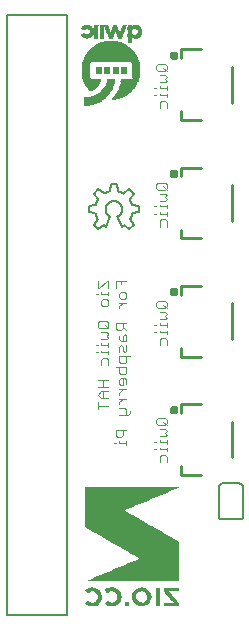
<source format=gbr>
G04 EAGLE Gerber RS-274X export*
G75*
%MOMM*%
%FSLAX34Y34*%
%LPD*%
%AMOC8*
5,1,8,0,0,1.08239X$1,22.5*%
G01*
%ADD10C,0.101600*%
%ADD11C,0.127000*%
%ADD12C,0.400000*%
%ADD13C,0.254000*%
%ADD14C,0.152400*%
%ADD15R,0.120000X0.020000*%
%ADD16R,0.340000X0.020000*%
%ADD17R,0.320000X0.020000*%
%ADD18R,0.140000X0.020000*%
%ADD19R,0.280000X0.020000*%
%ADD20R,0.360000X0.020000*%
%ADD21R,0.420000X0.020000*%
%ADD22R,0.380000X0.020000*%
%ADD23R,0.480000X0.020000*%
%ADD24R,0.540000X0.020000*%
%ADD25R,0.560000X0.020000*%
%ADD26R,0.400000X0.020000*%
%ADD27R,0.640000X0.020000*%
%ADD28R,0.620000X0.020000*%
%ADD29R,0.700000X0.020000*%
%ADD30R,0.660000X0.020000*%
%ADD31R,0.740000X0.020000*%
%ADD32R,1.080000X0.020000*%
%ADD33R,0.800000X0.020000*%
%ADD34R,1.100000X0.020000*%
%ADD35R,0.440000X0.020000*%
%ADD36R,0.840000X0.020000*%
%ADD37R,1.120000X0.020000*%
%ADD38R,0.460000X0.020000*%
%ADD39R,0.860000X0.020000*%
%ADD40R,0.900000X0.020000*%
%ADD41R,1.140000X0.020000*%
%ADD42R,0.920000X0.020000*%
%ADD43R,1.160000X0.020000*%
%ADD44R,0.960000X0.020000*%
%ADD45R,0.500000X0.020000*%
%ADD46R,0.520000X0.020000*%
%ADD47R,0.940000X0.020000*%
%ADD48R,0.260000X0.020000*%
%ADD49R,0.180000X0.020000*%
%ADD50R,0.580000X0.020000*%
%ADD51R,0.060000X0.020000*%
%ADD52R,0.600000X0.020000*%
%ADD53R,0.300000X0.020000*%
%ADD54R,0.040000X0.020000*%
%ADD55R,0.100000X0.020000*%
%ADD56R,0.160000X0.020000*%
%ADD57R,0.220000X0.020000*%
%ADD58R,0.980000X0.020000*%
%ADD59R,0.880000X0.020000*%
%ADD60R,0.760000X0.020000*%
%ADD61R,1.060000X0.020000*%
%ADD62R,0.720000X0.020000*%
%ADD63R,0.820000X0.020000*%
%ADD64R,1.180000X0.020000*%
%ADD65R,1.340000X0.020000*%
%ADD66R,1.460000X0.020000*%
%ADD67R,1.600000X0.020000*%
%ADD68R,1.700000X0.020000*%
%ADD69R,1.820000X0.020000*%
%ADD70R,1.900000X0.020000*%
%ADD71R,1.980000X0.020000*%
%ADD72R,2.100000X0.020000*%
%ADD73R,2.160000X0.020000*%
%ADD74R,2.260000X0.020000*%
%ADD75R,2.340000X0.020000*%
%ADD76R,2.400000X0.020000*%
%ADD77R,2.480000X0.020000*%
%ADD78R,2.540000X0.020000*%
%ADD79R,2.600000X0.020000*%
%ADD80R,2.680000X0.020000*%
%ADD81R,2.720000X0.020000*%
%ADD82R,2.800000X0.020000*%
%ADD83R,2.840000X0.020000*%
%ADD84R,2.900000X0.020000*%
%ADD85R,2.960000X0.020000*%
%ADD86R,3.000000X0.020000*%
%ADD87R,3.060000X0.020000*%
%ADD88R,3.120000X0.020000*%
%ADD89R,3.160000X0.020000*%
%ADD90R,3.200000X0.020000*%
%ADD91R,3.260000X0.020000*%
%ADD92R,3.300000X0.020000*%
%ADD93R,3.340000X0.020000*%
%ADD94R,3.380000X0.020000*%
%ADD95R,3.420000X0.020000*%
%ADD96R,3.460000X0.020000*%
%ADD97R,3.520000X0.020000*%
%ADD98R,3.540000X0.020000*%
%ADD99R,3.580000X0.020000*%
%ADD100R,3.620000X0.020000*%
%ADD101R,3.660000X0.020000*%
%ADD102R,3.700000X0.020000*%
%ADD103R,3.740000X0.020000*%
%ADD104R,3.780000X0.020000*%
%ADD105R,3.800000X0.020000*%
%ADD106R,3.840000X0.020000*%
%ADD107R,3.860000X0.020000*%
%ADD108R,3.900000X0.020000*%
%ADD109R,3.940000X0.020000*%
%ADD110R,3.960000X0.020000*%
%ADD111R,3.980000X0.020000*%
%ADD112R,4.020000X0.020000*%
%ADD113R,4.060000X0.020000*%
%ADD114R,4.080000X0.020000*%
%ADD115R,4.100000X0.020000*%
%ADD116R,4.120000X0.020000*%
%ADD117R,4.160000X0.020000*%
%ADD118R,4.180000X0.020000*%
%ADD119R,4.200000X0.020000*%
%ADD120R,4.240000X0.020000*%
%ADD121R,4.260000X0.020000*%
%ADD122R,4.280000X0.020000*%
%ADD123R,4.300000X0.020000*%
%ADD124R,4.320000X0.020000*%
%ADD125R,4.340000X0.020000*%
%ADD126R,4.380000X0.020000*%
%ADD127R,4.400000X0.020000*%
%ADD128R,4.440000X0.020000*%
%ADD129R,4.460000X0.020000*%
%ADD130R,4.500000X0.020000*%
%ADD131R,4.520000X0.020000*%
%ADD132R,4.540000X0.020000*%
%ADD133R,4.560000X0.020000*%
%ADD134R,4.580000X0.020000*%
%ADD135R,4.600000X0.020000*%
%ADD136R,4.620000X0.020000*%
%ADD137R,4.640000X0.020000*%
%ADD138R,4.660000X0.020000*%
%ADD139R,4.680000X0.020000*%
%ADD140R,4.700000X0.020000*%
%ADD141R,4.720000X0.020000*%
%ADD142R,4.740000X0.020000*%
%ADD143R,0.680000X0.020000*%
%ADD144R,1.480000X0.020000*%
%ADD145R,1.580000X0.020000*%
%ADD146R,1.560000X0.020000*%
%ADD147R,1.540000X0.020000*%
%ADD148R,1.520000X0.020000*%
%ADD149R,1.500000X0.020000*%
%ADD150R,1.440000X0.020000*%
%ADD151R,1.400000X0.020000*%
%ADD152R,1.420000X0.020000*%
%ADD153R,1.380000X0.020000*%
%ADD154R,1.360000X0.020000*%
%ADD155R,1.320000X0.020000*%
%ADD156R,1.300000X0.020000*%
%ADD157R,1.260000X0.020000*%
%ADD158R,1.220000X0.020000*%
%ADD159R,1.200000X0.020000*%
%ADD160R,1.040000X0.020000*%
%ADD161R,1.020000X0.020000*%
%ADD162R,1.000000X0.020000*%
%ADD163R,1.280000X0.020000*%
%ADD164R,0.780000X0.020000*%
%ADD165R,1.240000X0.020000*%
%ADD166R,0.020000X0.020000*%
%ADD167R,1.840000X0.020000*%
%ADD168R,1.800000X0.020000*%
%ADD169R,1.780000X0.020000*%
%ADD170R,1.760000X0.020000*%
%ADD171R,1.740000X0.020000*%
%ADD172R,1.680000X0.020000*%
%ADD173R,1.660000X0.020000*%
%ADD174R,1.620000X0.020000*%

G36*
X151573Y29612D02*
X151573Y29612D01*
X151572Y29612D01*
X151573Y29613D01*
X151570Y32003D01*
X151565Y34390D01*
X151562Y36779D01*
X151557Y39169D01*
X151554Y41556D01*
X151549Y43945D01*
X151546Y46332D01*
X151546Y46335D01*
X151541Y48722D01*
X151538Y51112D01*
X151536Y53499D01*
X151530Y55888D01*
X151528Y58275D01*
X151522Y60665D01*
X151520Y63052D01*
X151515Y63058D01*
X151514Y63062D01*
X149212Y64396D01*
X146910Y65729D01*
X144611Y67063D01*
X140008Y69730D01*
X137709Y71063D01*
X133106Y73730D01*
X130807Y75064D01*
X128505Y76397D01*
X126198Y77736D01*
X123892Y79072D01*
X121587Y80408D01*
X119280Y81747D01*
X116973Y83086D01*
X114669Y84422D01*
X112362Y85761D01*
X110058Y87100D01*
X107751Y88441D01*
X105470Y89774D01*
X107864Y90810D01*
X110289Y91839D01*
X112713Y92866D01*
X115140Y93890D01*
X117567Y94911D01*
X119994Y95933D01*
X122421Y96952D01*
X124850Y97973D01*
X127277Y98989D01*
X129584Y99957D01*
X131888Y100926D01*
X134195Y101891D01*
X136500Y102859D01*
X138807Y103825D01*
X141111Y104793D01*
X143418Y105761D01*
X145722Y106729D01*
X148029Y107697D01*
X150333Y108665D01*
X150334Y108665D01*
X151512Y109167D01*
X151515Y109172D01*
X151519Y109176D01*
X151518Y109178D01*
X151519Y109181D01*
X151512Y109184D01*
X151508Y109190D01*
X146206Y109190D01*
X143555Y109192D01*
X119698Y109192D01*
X117047Y109195D01*
X95845Y109195D01*
X93194Y109198D01*
X71988Y109198D01*
X71977Y109187D01*
X71977Y109186D01*
X71976Y109186D01*
X71979Y106793D01*
X71984Y104398D01*
X71987Y102006D01*
X71992Y99611D01*
X71995Y97219D01*
X71998Y94824D01*
X72003Y92429D01*
X72006Y90037D01*
X72011Y87642D01*
X72014Y85249D01*
X72019Y82854D01*
X72022Y80462D01*
X72027Y78067D01*
X72030Y75672D01*
X72035Y75666D01*
X72036Y75662D01*
X74332Y74334D01*
X76626Y73003D01*
X78922Y71675D01*
X81218Y70344D01*
X83512Y69013D01*
X85808Y67685D01*
X88102Y66354D01*
X90398Y65023D01*
X92694Y63695D01*
X94988Y62364D01*
X101893Y58364D01*
X104194Y57027D01*
X108798Y54360D01*
X111097Y53024D01*
X113398Y51691D01*
X115697Y50352D01*
X117976Y49025D01*
X115552Y47970D01*
X113096Y46928D01*
X110642Y45890D01*
X108186Y44853D01*
X105727Y43818D01*
X103268Y42783D01*
X100809Y41751D01*
X98350Y40719D01*
X96045Y39753D01*
X93738Y38785D01*
X91432Y37817D01*
X89125Y36852D01*
X86820Y35884D01*
X84513Y34915D01*
X82206Y33950D01*
X79902Y32982D01*
X77595Y32014D01*
X75291Y31046D01*
X73611Y30339D01*
X71930Y29632D01*
X71928Y29627D01*
X71923Y29623D01*
X71925Y29621D01*
X71924Y29618D01*
X71930Y29615D01*
X71935Y29609D01*
X77242Y29609D01*
X79896Y29606D01*
X114402Y29606D01*
X117055Y29604D01*
X148907Y29604D01*
X151561Y29601D01*
X151573Y29612D01*
G37*
G36*
X120358Y8460D02*
X120358Y8460D01*
X121747Y8529D01*
X121749Y8531D01*
X121750Y8530D01*
X123935Y9279D01*
X123936Y9281D01*
X123938Y9281D01*
X125837Y10590D01*
X125837Y10592D01*
X125839Y10592D01*
X127295Y12382D01*
X127295Y12384D01*
X127297Y12385D01*
X128169Y14519D01*
X128168Y14521D01*
X128170Y14522D01*
X128351Y16541D01*
X128350Y16542D01*
X128351Y16543D01*
X128122Y18554D01*
X128120Y18556D01*
X128121Y18558D01*
X127094Y20854D01*
X127092Y20855D01*
X127092Y20857D01*
X125436Y22751D01*
X125434Y22751D01*
X125433Y22753D01*
X123902Y23692D01*
X123901Y23692D01*
X123901Y23693D01*
X122231Y24362D01*
X122229Y24361D01*
X122228Y24363D01*
X120358Y24534D01*
X120044Y24563D01*
X120042Y24562D01*
X120041Y24563D01*
X117854Y24371D01*
X117853Y24369D01*
X117851Y24370D01*
X115973Y23605D01*
X115973Y23603D01*
X115971Y23604D01*
X114291Y22473D01*
X114290Y22471D01*
X114289Y22471D01*
X112864Y20782D01*
X112864Y20780D01*
X112862Y20779D01*
X111996Y18750D01*
X111996Y18748D01*
X111995Y18746D01*
X111731Y16552D01*
X111732Y16550D01*
X111731Y16549D01*
X111872Y14736D01*
X111874Y14734D01*
X111873Y14732D01*
X112497Y13026D01*
X112499Y13025D01*
X112498Y13023D01*
X113765Y11103D01*
X113767Y11102D01*
X113767Y11100D01*
X115527Y9623D01*
X115530Y9623D01*
X115530Y9621D01*
X117640Y8698D01*
X117642Y8699D01*
X117643Y8697D01*
X119686Y8425D01*
X119687Y8426D01*
X119688Y8425D01*
X120358Y8460D01*
G37*
G36*
X151573Y8708D02*
X151573Y8708D01*
X151572Y8708D01*
X151573Y8709D01*
X151568Y10016D01*
X151562Y11323D01*
X151559Y11327D01*
X151559Y11331D01*
X150133Y12984D01*
X147279Y16291D01*
X145852Y17945D01*
X143015Y21232D01*
X145051Y21245D01*
X147115Y21259D01*
X149177Y21272D01*
X151241Y21288D01*
X151253Y21299D01*
X151252Y21299D01*
X151253Y21300D01*
X151253Y24282D01*
X151242Y24294D01*
X151242Y24293D01*
X151241Y24294D01*
X138439Y24294D01*
X138428Y24283D01*
X138428Y24282D01*
X138427Y24282D01*
X138427Y21772D01*
X138431Y21768D01*
X138430Y21764D01*
X139868Y20095D01*
X141305Y18425D01*
X142740Y16753D01*
X144178Y15083D01*
X145613Y13414D01*
X147033Y11761D01*
X146396Y11753D01*
X146394Y11753D01*
X145437Y11741D01*
X145435Y11741D01*
X144917Y11735D01*
X144478Y11729D01*
X144476Y11729D01*
X143519Y11717D01*
X143517Y11717D01*
X143516Y11717D01*
X142776Y11708D01*
X142560Y11705D01*
X142558Y11705D01*
X141602Y11693D01*
X141600Y11693D01*
X140644Y11682D01*
X140642Y11682D01*
X140642Y11681D01*
X140634Y11681D01*
X139685Y11670D01*
X139683Y11670D01*
X138726Y11658D01*
X138724Y11658D01*
X138493Y11655D01*
X138481Y11644D01*
X138481Y11643D01*
X138451Y10176D01*
X138422Y8709D01*
X138432Y8697D01*
X138433Y8698D01*
X138434Y8697D01*
X151561Y8697D01*
X151573Y8708D01*
G37*
G36*
X96536Y8540D02*
X96536Y8540D01*
X96538Y8542D01*
X96540Y8541D01*
X98860Y9399D01*
X98861Y9402D01*
X98863Y9401D01*
X100805Y10932D01*
X100805Y10934D01*
X100807Y10935D01*
X102178Y12994D01*
X102178Y12996D01*
X102179Y12996D01*
X102742Y14671D01*
X102742Y14672D01*
X102741Y14673D01*
X102743Y14674D01*
X102871Y16443D01*
X102870Y16444D01*
X102871Y16444D01*
X102716Y18373D01*
X102714Y18374D01*
X102715Y18376D01*
X102030Y20181D01*
X102028Y20182D01*
X102029Y20184D01*
X100885Y21947D01*
X100882Y21947D01*
X100882Y21949D01*
X99285Y23312D01*
X99283Y23312D01*
X99282Y23314D01*
X97378Y24205D01*
X97376Y24204D01*
X97376Y24205D01*
X96037Y24531D01*
X96035Y24530D01*
X96034Y24531D01*
X95805Y24534D01*
X95803Y24534D01*
X94923Y24546D01*
X94921Y24546D01*
X94655Y24550D01*
X94655Y24549D01*
X94655Y24550D01*
X94503Y24546D01*
X94502Y24546D01*
X94000Y24534D01*
X93999Y24534D01*
X93497Y24522D01*
X93495Y24522D01*
X93305Y24518D01*
X93304Y24517D01*
X93303Y24517D01*
X91986Y24251D01*
X91985Y24250D01*
X91984Y24250D01*
X90506Y23661D01*
X90505Y23659D01*
X90504Y23660D01*
X89187Y22771D01*
X89186Y22768D01*
X89183Y22768D01*
X88703Y22002D01*
X88705Y21993D01*
X88704Y21988D01*
X89693Y20826D01*
X89694Y20825D01*
X90718Y19689D01*
X90724Y19688D01*
X90725Y19687D01*
X90730Y19687D01*
X90730Y19688D01*
X90734Y19687D01*
X90734Y19688D01*
X91325Y20122D01*
X93051Y21104D01*
X95012Y21365D01*
X96445Y21067D01*
X97671Y20270D01*
X98869Y18551D01*
X99278Y16497D01*
X98869Y14440D01*
X97671Y12724D01*
X96435Y11923D01*
X94988Y11626D01*
X93019Y11857D01*
X91301Y12864D01*
X90609Y13404D01*
X90593Y13403D01*
X89499Y12318D01*
X88409Y11230D01*
X88408Y11226D01*
X88408Y11225D01*
X88408Y11214D01*
X88409Y11214D01*
X88409Y11213D01*
X88913Y10696D01*
X88914Y10696D01*
X88914Y10695D01*
X90127Y9716D01*
X90129Y9716D01*
X90129Y9715D01*
X91494Y8960D01*
X91497Y8961D01*
X91498Y8959D01*
X93989Y8431D01*
X93990Y8432D01*
X93992Y8430D01*
X96536Y8540D01*
G37*
G36*
X79510Y8454D02*
X79510Y8454D01*
X79511Y8456D01*
X79513Y8455D01*
X81857Y9172D01*
X81858Y9174D01*
X81860Y9174D01*
X83941Y10603D01*
X83941Y10606D01*
X83943Y10606D01*
X85448Y12630D01*
X85447Y12633D01*
X85449Y12634D01*
X86252Y15029D01*
X86251Y15031D01*
X86253Y15032D01*
X86309Y17555D01*
X86307Y17557D01*
X86308Y17557D01*
X86307Y17557D01*
X86308Y17559D01*
X85602Y19983D01*
X85599Y19985D01*
X85600Y19987D01*
X84173Y22067D01*
X84171Y22067D01*
X84171Y22069D01*
X82266Y23579D01*
X82264Y23579D01*
X82263Y23581D01*
X79986Y24426D01*
X79983Y24425D01*
X79982Y24427D01*
X77555Y24584D01*
X77554Y24583D01*
X77552Y24584D01*
X74952Y24088D01*
X74950Y24086D01*
X74948Y24087D01*
X72649Y22777D01*
X72648Y22774D01*
X72646Y22774D01*
X72112Y22062D01*
X72113Y22050D01*
X72113Y22047D01*
X73129Y20852D01*
X74177Y19689D01*
X74193Y19687D01*
X74897Y20194D01*
X76281Y21022D01*
X77854Y21365D01*
X79801Y21115D01*
X81415Y20001D01*
X82583Y17800D01*
X82604Y15305D01*
X81484Y13078D01*
X79974Y11963D01*
X78128Y11604D01*
X76321Y11918D01*
X74742Y12866D01*
X74055Y13394D01*
X74039Y13393D01*
X73009Y12361D01*
X73009Y12360D01*
X71979Y11211D01*
X71979Y11195D01*
X71980Y11195D01*
X71980Y11194D01*
X73687Y9628D01*
X73690Y9628D01*
X73690Y9626D01*
X75517Y8794D01*
X75519Y8795D01*
X75520Y8793D01*
X77496Y8415D01*
X77498Y8416D01*
X77499Y8414D01*
X79510Y8454D01*
G37*
%LPC*%
G36*
X120909Y11731D02*
X120909Y11731D01*
X120531Y11743D01*
X120357Y11748D01*
X120121Y11756D01*
X119749Y11768D01*
X119748Y11768D01*
X119376Y11780D01*
X119004Y11791D01*
X119003Y11791D01*
X118632Y11803D01*
X118631Y11803D01*
X118614Y11804D01*
X116449Y13243D01*
X115472Y15244D01*
X115427Y17468D01*
X116321Y19503D01*
X118029Y20926D01*
X120045Y21392D01*
X120355Y21326D01*
X122072Y20956D01*
X123694Y19671D01*
X124658Y17497D01*
X124559Y15121D01*
X123394Y13052D01*
X121199Y11722D01*
X120909Y11731D01*
G37*
%LPD*%
G36*
X135040Y8708D02*
X135040Y8708D01*
X135039Y8708D01*
X135040Y8709D01*
X135040Y24282D01*
X135030Y24294D01*
X135029Y24293D01*
X135028Y24294D01*
X131614Y24294D01*
X131603Y24283D01*
X131603Y24282D01*
X131603Y8709D01*
X131613Y8697D01*
X131614Y8698D01*
X131614Y8697D01*
X135028Y8697D01*
X135040Y8708D01*
G37*
G36*
X109120Y8708D02*
X109120Y8708D01*
X109119Y8708D01*
X109120Y8709D01*
X109120Y12230D01*
X109109Y12241D01*
X109108Y12241D01*
X105481Y12241D01*
X105469Y12231D01*
X105469Y12230D01*
X105469Y8709D01*
X105479Y8697D01*
X105480Y8698D01*
X105481Y8697D01*
X109108Y8697D01*
X109120Y8708D01*
G37*
D10*
X139699Y467614D02*
X133598Y467614D01*
X132072Y466089D01*
X132072Y463038D01*
X133598Y461513D01*
X139699Y461513D01*
X141224Y463038D01*
X141224Y466089D01*
X139699Y467614D01*
X138173Y464563D02*
X141224Y461513D01*
X139699Y458259D02*
X135123Y458259D01*
X139699Y458259D02*
X141224Y456734D01*
X139699Y455208D01*
X141224Y453683D01*
X139699Y452158D01*
X135123Y452158D01*
X135123Y448904D02*
X135123Y447378D01*
X141224Y447378D01*
X141224Y445853D02*
X141224Y448904D01*
X132072Y447378D02*
X130547Y447378D01*
X135123Y442667D02*
X135123Y441142D01*
X141224Y441142D01*
X141224Y442667D02*
X141224Y439616D01*
X132072Y441142D02*
X130547Y441142D01*
X135123Y434905D02*
X135123Y430329D01*
X135123Y434905D02*
X136648Y436430D01*
X139699Y436430D01*
X141224Y434905D01*
X141224Y430329D01*
X139699Y367284D02*
X133598Y367284D01*
X132072Y365759D01*
X132072Y362708D01*
X133598Y361183D01*
X139699Y361183D01*
X141224Y362708D01*
X141224Y365759D01*
X139699Y367284D01*
X138173Y364233D02*
X141224Y361183D01*
X139699Y357929D02*
X135123Y357929D01*
X139699Y357929D02*
X141224Y356404D01*
X139699Y354878D01*
X141224Y353353D01*
X139699Y351828D01*
X135123Y351828D01*
X135123Y348574D02*
X135123Y347048D01*
X141224Y347048D01*
X141224Y345523D02*
X141224Y348574D01*
X132072Y347048D02*
X130547Y347048D01*
X135123Y342337D02*
X135123Y340812D01*
X141224Y340812D01*
X141224Y342337D02*
X141224Y339286D01*
X132072Y340812D02*
X130547Y340812D01*
X135123Y334575D02*
X135123Y329999D01*
X135123Y334575D02*
X136648Y336100D01*
X139699Y336100D01*
X141224Y334575D01*
X141224Y329999D01*
X139699Y266954D02*
X133598Y266954D01*
X132072Y265429D01*
X132072Y262378D01*
X133598Y260853D01*
X139699Y260853D01*
X141224Y262378D01*
X141224Y265429D01*
X139699Y266954D01*
X138173Y263903D02*
X141224Y260853D01*
X139699Y257599D02*
X135123Y257599D01*
X139699Y257599D02*
X141224Y256074D01*
X139699Y254548D01*
X141224Y253023D01*
X139699Y251498D01*
X135123Y251498D01*
X135123Y248244D02*
X135123Y246718D01*
X141224Y246718D01*
X141224Y245193D02*
X141224Y248244D01*
X132072Y246718D02*
X130547Y246718D01*
X135123Y242007D02*
X135123Y240482D01*
X141224Y240482D01*
X141224Y242007D02*
X141224Y238956D01*
X132072Y240482D02*
X130547Y240482D01*
X135123Y234245D02*
X135123Y229669D01*
X135123Y234245D02*
X136648Y235770D01*
X139699Y235770D01*
X141224Y234245D01*
X141224Y229669D01*
X139699Y167894D02*
X133598Y167894D01*
X132072Y166369D01*
X132072Y163318D01*
X133598Y161793D01*
X139699Y161793D01*
X141224Y163318D01*
X141224Y166369D01*
X139699Y167894D01*
X138173Y164843D02*
X141224Y161793D01*
X139699Y158539D02*
X135123Y158539D01*
X139699Y158539D02*
X141224Y157014D01*
X139699Y155488D01*
X141224Y153963D01*
X139699Y152438D01*
X135123Y152438D01*
X135123Y149184D02*
X135123Y147658D01*
X141224Y147658D01*
X141224Y146133D02*
X141224Y149184D01*
X132072Y147658D02*
X130547Y147658D01*
X135123Y142947D02*
X135123Y141422D01*
X141224Y141422D01*
X141224Y142947D02*
X141224Y139896D01*
X132072Y141422D02*
X130547Y141422D01*
X135123Y135185D02*
X135123Y130609D01*
X135123Y135185D02*
X136648Y136710D01*
X139699Y136710D01*
X141224Y135185D01*
X141224Y130609D01*
X82542Y278125D02*
X82542Y284226D01*
X82542Y278125D02*
X84068Y278125D01*
X90169Y284226D01*
X91694Y284226D01*
X91694Y278125D01*
X85593Y274871D02*
X85593Y273346D01*
X91694Y273346D01*
X91694Y274871D02*
X91694Y271820D01*
X82542Y273346D02*
X81017Y273346D01*
X91694Y267109D02*
X91694Y264058D01*
X90169Y262533D01*
X87118Y262533D01*
X85593Y264058D01*
X85593Y267109D01*
X87118Y268634D01*
X90169Y268634D01*
X91694Y267109D01*
X90169Y249924D02*
X84068Y249924D01*
X82542Y248398D01*
X82542Y245348D01*
X84068Y243822D01*
X90169Y243822D01*
X91694Y245348D01*
X91694Y248398D01*
X90169Y249924D01*
X88643Y246873D02*
X91694Y243822D01*
X90169Y240568D02*
X85593Y240568D01*
X90169Y240568D02*
X91694Y239043D01*
X90169Y237518D01*
X91694Y235993D01*
X90169Y234467D01*
X85593Y234467D01*
X85593Y231213D02*
X85593Y229688D01*
X91694Y229688D01*
X91694Y231213D02*
X91694Y228163D01*
X82542Y229688D02*
X81017Y229688D01*
X85593Y224977D02*
X85593Y223451D01*
X91694Y223451D01*
X91694Y221926D02*
X91694Y224977D01*
X82542Y223451D02*
X81017Y223451D01*
X85593Y217214D02*
X85593Y212639D01*
X85593Y217214D02*
X87118Y218740D01*
X90169Y218740D01*
X91694Y217214D01*
X91694Y212639D01*
X91694Y200029D02*
X82542Y200029D01*
X87118Y200029D02*
X87118Y193928D01*
X82542Y193928D02*
X91694Y193928D01*
X91694Y190674D02*
X85593Y190674D01*
X82542Y187624D01*
X85593Y184573D01*
X91694Y184573D01*
X87118Y184573D02*
X87118Y190674D01*
X91694Y178268D02*
X82542Y178268D01*
X82542Y175218D02*
X82542Y181319D01*
X97782Y284226D02*
X106934Y284226D01*
X97782Y284226D02*
X97782Y278125D01*
X102358Y281175D02*
X102358Y284226D01*
X106934Y273346D02*
X106934Y270295D01*
X105409Y268770D01*
X102358Y268770D01*
X100833Y270295D01*
X100833Y273346D01*
X102358Y274871D01*
X105409Y274871D01*
X106934Y273346D01*
X106934Y265516D02*
X100833Y265516D01*
X103883Y265516D02*
X100833Y262465D01*
X100833Y260940D01*
X97782Y248364D02*
X106934Y248364D01*
X97782Y248364D02*
X97782Y243789D01*
X99308Y242263D01*
X102358Y242263D01*
X103883Y243789D01*
X103883Y248364D01*
X103883Y245314D02*
X106934Y242263D01*
X100833Y237484D02*
X100833Y234433D01*
X102358Y232908D01*
X106934Y232908D01*
X106934Y237484D01*
X105409Y239009D01*
X103883Y237484D01*
X103883Y232908D01*
X106934Y229654D02*
X106934Y225078D01*
X105409Y223553D01*
X103883Y225078D01*
X103883Y228129D01*
X102358Y229654D01*
X100833Y228129D01*
X100833Y223553D01*
X100833Y220299D02*
X109985Y220299D01*
X100833Y220299D02*
X100833Y215723D01*
X102358Y214198D01*
X105409Y214198D01*
X106934Y215723D01*
X106934Y220299D01*
X106934Y210944D02*
X97782Y210944D01*
X106934Y210944D02*
X106934Y206368D01*
X105409Y204843D01*
X102358Y204843D01*
X100833Y206368D01*
X100833Y210944D01*
X106934Y200063D02*
X106934Y197013D01*
X106934Y200063D02*
X105409Y201589D01*
X102358Y201589D01*
X100833Y200063D01*
X100833Y197013D01*
X102358Y195487D01*
X103883Y195487D01*
X103883Y201589D01*
X106934Y192233D02*
X100833Y192233D01*
X103883Y192233D02*
X100833Y189183D01*
X100833Y187657D01*
X100833Y184437D02*
X106934Y184437D01*
X103883Y184437D02*
X100833Y181387D01*
X100833Y179861D01*
X100833Y176641D02*
X105409Y176641D01*
X106934Y175116D01*
X106934Y170540D01*
X108459Y170540D02*
X100833Y170540D01*
X108459Y170540D02*
X109985Y172066D01*
X109985Y173591D01*
X106934Y157931D02*
X97782Y157931D01*
X97782Y153355D01*
X99308Y151830D01*
X102358Y151830D01*
X103883Y153355D01*
X103883Y157931D01*
X100833Y148576D02*
X100833Y147051D01*
X106934Y147051D01*
X106934Y148576D02*
X106934Y145525D01*
X97782Y147051D02*
X96257Y147051D01*
D11*
X56400Y509000D02*
X5600Y509000D01*
X5600Y1000D01*
X56400Y1000D01*
X56400Y509000D01*
D12*
X145586Y375000D02*
X145588Y375075D01*
X145594Y375149D01*
X145604Y375223D01*
X145617Y375296D01*
X145635Y375369D01*
X145656Y375440D01*
X145681Y375511D01*
X145710Y375580D01*
X145743Y375647D01*
X145779Y375712D01*
X145818Y375776D01*
X145860Y375837D01*
X145906Y375896D01*
X145955Y375953D01*
X146007Y376006D01*
X146061Y376057D01*
X146118Y376106D01*
X146178Y376150D01*
X146240Y376192D01*
X146304Y376231D01*
X146370Y376266D01*
X146437Y376297D01*
X146507Y376325D01*
X146577Y376349D01*
X146649Y376370D01*
X146722Y376386D01*
X146795Y376399D01*
X146870Y376408D01*
X146944Y376413D01*
X147019Y376414D01*
X147093Y376411D01*
X147168Y376404D01*
X147241Y376393D01*
X147315Y376379D01*
X147387Y376360D01*
X147458Y376338D01*
X147528Y376312D01*
X147597Y376282D01*
X147663Y376249D01*
X147728Y376212D01*
X147791Y376172D01*
X147852Y376128D01*
X147910Y376082D01*
X147966Y376032D01*
X148019Y375980D01*
X148070Y375925D01*
X148117Y375867D01*
X148161Y375807D01*
X148202Y375744D01*
X148240Y375680D01*
X148274Y375614D01*
X148305Y375545D01*
X148332Y375476D01*
X148355Y375405D01*
X148374Y375333D01*
X148390Y375260D01*
X148402Y375186D01*
X148410Y375112D01*
X148414Y375037D01*
X148414Y374963D01*
X148410Y374888D01*
X148402Y374814D01*
X148390Y374740D01*
X148374Y374667D01*
X148355Y374595D01*
X148332Y374524D01*
X148305Y374455D01*
X148274Y374386D01*
X148240Y374320D01*
X148202Y374256D01*
X148161Y374193D01*
X148117Y374133D01*
X148070Y374075D01*
X148019Y374020D01*
X147966Y373968D01*
X147910Y373918D01*
X147852Y373872D01*
X147791Y373828D01*
X147728Y373788D01*
X147663Y373751D01*
X147597Y373718D01*
X147528Y373688D01*
X147458Y373662D01*
X147387Y373640D01*
X147315Y373621D01*
X147241Y373607D01*
X147168Y373596D01*
X147093Y373589D01*
X147019Y373586D01*
X146944Y373587D01*
X146870Y373592D01*
X146795Y373601D01*
X146722Y373614D01*
X146649Y373630D01*
X146577Y373651D01*
X146507Y373675D01*
X146437Y373703D01*
X146370Y373734D01*
X146304Y373769D01*
X146240Y373808D01*
X146178Y373850D01*
X146118Y373894D01*
X146061Y373943D01*
X146007Y373994D01*
X145955Y374047D01*
X145906Y374104D01*
X145860Y374163D01*
X145818Y374224D01*
X145779Y374288D01*
X145743Y374353D01*
X145710Y374420D01*
X145681Y374489D01*
X145656Y374560D01*
X145635Y374631D01*
X145617Y374704D01*
X145604Y374777D01*
X145594Y374851D01*
X145588Y374925D01*
X145586Y375000D01*
D13*
X196000Y365000D02*
X196000Y335000D01*
X170000Y380000D02*
X153500Y380000D01*
X153500Y327500D02*
X153500Y320000D01*
X170000Y320000D01*
X153500Y372500D02*
X153500Y380000D01*
D12*
X145586Y475000D02*
X145588Y475075D01*
X145594Y475149D01*
X145604Y475223D01*
X145617Y475296D01*
X145635Y475369D01*
X145656Y475440D01*
X145681Y475511D01*
X145710Y475580D01*
X145743Y475647D01*
X145779Y475712D01*
X145818Y475776D01*
X145860Y475837D01*
X145906Y475896D01*
X145955Y475953D01*
X146007Y476006D01*
X146061Y476057D01*
X146118Y476106D01*
X146178Y476150D01*
X146240Y476192D01*
X146304Y476231D01*
X146370Y476266D01*
X146437Y476297D01*
X146507Y476325D01*
X146577Y476349D01*
X146649Y476370D01*
X146722Y476386D01*
X146795Y476399D01*
X146870Y476408D01*
X146944Y476413D01*
X147019Y476414D01*
X147093Y476411D01*
X147168Y476404D01*
X147241Y476393D01*
X147315Y476379D01*
X147387Y476360D01*
X147458Y476338D01*
X147528Y476312D01*
X147597Y476282D01*
X147663Y476249D01*
X147728Y476212D01*
X147791Y476172D01*
X147852Y476128D01*
X147910Y476082D01*
X147966Y476032D01*
X148019Y475980D01*
X148070Y475925D01*
X148117Y475867D01*
X148161Y475807D01*
X148202Y475744D01*
X148240Y475680D01*
X148274Y475614D01*
X148305Y475545D01*
X148332Y475476D01*
X148355Y475405D01*
X148374Y475333D01*
X148390Y475260D01*
X148402Y475186D01*
X148410Y475112D01*
X148414Y475037D01*
X148414Y474963D01*
X148410Y474888D01*
X148402Y474814D01*
X148390Y474740D01*
X148374Y474667D01*
X148355Y474595D01*
X148332Y474524D01*
X148305Y474455D01*
X148274Y474386D01*
X148240Y474320D01*
X148202Y474256D01*
X148161Y474193D01*
X148117Y474133D01*
X148070Y474075D01*
X148019Y474020D01*
X147966Y473968D01*
X147910Y473918D01*
X147852Y473872D01*
X147791Y473828D01*
X147728Y473788D01*
X147663Y473751D01*
X147597Y473718D01*
X147528Y473688D01*
X147458Y473662D01*
X147387Y473640D01*
X147315Y473621D01*
X147241Y473607D01*
X147168Y473596D01*
X147093Y473589D01*
X147019Y473586D01*
X146944Y473587D01*
X146870Y473592D01*
X146795Y473601D01*
X146722Y473614D01*
X146649Y473630D01*
X146577Y473651D01*
X146507Y473675D01*
X146437Y473703D01*
X146370Y473734D01*
X146304Y473769D01*
X146240Y473808D01*
X146178Y473850D01*
X146118Y473894D01*
X146061Y473943D01*
X146007Y473994D01*
X145955Y474047D01*
X145906Y474104D01*
X145860Y474163D01*
X145818Y474224D01*
X145779Y474288D01*
X145743Y474353D01*
X145710Y474420D01*
X145681Y474489D01*
X145656Y474560D01*
X145635Y474631D01*
X145617Y474704D01*
X145604Y474777D01*
X145594Y474851D01*
X145588Y474925D01*
X145586Y475000D01*
D13*
X196000Y465000D02*
X196000Y435000D01*
X170000Y480000D02*
X153500Y480000D01*
X153500Y427500D02*
X153500Y420000D01*
X170000Y420000D01*
X153500Y472500D02*
X153500Y480000D01*
D12*
X145586Y175000D02*
X145588Y175075D01*
X145594Y175149D01*
X145604Y175223D01*
X145617Y175296D01*
X145635Y175369D01*
X145656Y175440D01*
X145681Y175511D01*
X145710Y175580D01*
X145743Y175647D01*
X145779Y175712D01*
X145818Y175776D01*
X145860Y175837D01*
X145906Y175896D01*
X145955Y175953D01*
X146007Y176006D01*
X146061Y176057D01*
X146118Y176106D01*
X146178Y176150D01*
X146240Y176192D01*
X146304Y176231D01*
X146370Y176266D01*
X146437Y176297D01*
X146507Y176325D01*
X146577Y176349D01*
X146649Y176370D01*
X146722Y176386D01*
X146795Y176399D01*
X146870Y176408D01*
X146944Y176413D01*
X147019Y176414D01*
X147093Y176411D01*
X147168Y176404D01*
X147241Y176393D01*
X147315Y176379D01*
X147387Y176360D01*
X147458Y176338D01*
X147528Y176312D01*
X147597Y176282D01*
X147663Y176249D01*
X147728Y176212D01*
X147791Y176172D01*
X147852Y176128D01*
X147910Y176082D01*
X147966Y176032D01*
X148019Y175980D01*
X148070Y175925D01*
X148117Y175867D01*
X148161Y175807D01*
X148202Y175744D01*
X148240Y175680D01*
X148274Y175614D01*
X148305Y175545D01*
X148332Y175476D01*
X148355Y175405D01*
X148374Y175333D01*
X148390Y175260D01*
X148402Y175186D01*
X148410Y175112D01*
X148414Y175037D01*
X148414Y174963D01*
X148410Y174888D01*
X148402Y174814D01*
X148390Y174740D01*
X148374Y174667D01*
X148355Y174595D01*
X148332Y174524D01*
X148305Y174455D01*
X148274Y174386D01*
X148240Y174320D01*
X148202Y174256D01*
X148161Y174193D01*
X148117Y174133D01*
X148070Y174075D01*
X148019Y174020D01*
X147966Y173968D01*
X147910Y173918D01*
X147852Y173872D01*
X147791Y173828D01*
X147728Y173788D01*
X147663Y173751D01*
X147597Y173718D01*
X147528Y173688D01*
X147458Y173662D01*
X147387Y173640D01*
X147315Y173621D01*
X147241Y173607D01*
X147168Y173596D01*
X147093Y173589D01*
X147019Y173586D01*
X146944Y173587D01*
X146870Y173592D01*
X146795Y173601D01*
X146722Y173614D01*
X146649Y173630D01*
X146577Y173651D01*
X146507Y173675D01*
X146437Y173703D01*
X146370Y173734D01*
X146304Y173769D01*
X146240Y173808D01*
X146178Y173850D01*
X146118Y173894D01*
X146061Y173943D01*
X146007Y173994D01*
X145955Y174047D01*
X145906Y174104D01*
X145860Y174163D01*
X145818Y174224D01*
X145779Y174288D01*
X145743Y174353D01*
X145710Y174420D01*
X145681Y174489D01*
X145656Y174560D01*
X145635Y174631D01*
X145617Y174704D01*
X145604Y174777D01*
X145594Y174851D01*
X145588Y174925D01*
X145586Y175000D01*
D13*
X196000Y165000D02*
X196000Y135000D01*
X170000Y180000D02*
X153500Y180000D01*
X153500Y127500D02*
X153500Y120000D01*
X170000Y120000D01*
X153500Y172500D02*
X153500Y180000D01*
D12*
X145586Y275000D02*
X145588Y275075D01*
X145594Y275149D01*
X145604Y275223D01*
X145617Y275296D01*
X145635Y275369D01*
X145656Y275440D01*
X145681Y275511D01*
X145710Y275580D01*
X145743Y275647D01*
X145779Y275712D01*
X145818Y275776D01*
X145860Y275837D01*
X145906Y275896D01*
X145955Y275953D01*
X146007Y276006D01*
X146061Y276057D01*
X146118Y276106D01*
X146178Y276150D01*
X146240Y276192D01*
X146304Y276231D01*
X146370Y276266D01*
X146437Y276297D01*
X146507Y276325D01*
X146577Y276349D01*
X146649Y276370D01*
X146722Y276386D01*
X146795Y276399D01*
X146870Y276408D01*
X146944Y276413D01*
X147019Y276414D01*
X147093Y276411D01*
X147168Y276404D01*
X147241Y276393D01*
X147315Y276379D01*
X147387Y276360D01*
X147458Y276338D01*
X147528Y276312D01*
X147597Y276282D01*
X147663Y276249D01*
X147728Y276212D01*
X147791Y276172D01*
X147852Y276128D01*
X147910Y276082D01*
X147966Y276032D01*
X148019Y275980D01*
X148070Y275925D01*
X148117Y275867D01*
X148161Y275807D01*
X148202Y275744D01*
X148240Y275680D01*
X148274Y275614D01*
X148305Y275545D01*
X148332Y275476D01*
X148355Y275405D01*
X148374Y275333D01*
X148390Y275260D01*
X148402Y275186D01*
X148410Y275112D01*
X148414Y275037D01*
X148414Y274963D01*
X148410Y274888D01*
X148402Y274814D01*
X148390Y274740D01*
X148374Y274667D01*
X148355Y274595D01*
X148332Y274524D01*
X148305Y274455D01*
X148274Y274386D01*
X148240Y274320D01*
X148202Y274256D01*
X148161Y274193D01*
X148117Y274133D01*
X148070Y274075D01*
X148019Y274020D01*
X147966Y273968D01*
X147910Y273918D01*
X147852Y273872D01*
X147791Y273828D01*
X147728Y273788D01*
X147663Y273751D01*
X147597Y273718D01*
X147528Y273688D01*
X147458Y273662D01*
X147387Y273640D01*
X147315Y273621D01*
X147241Y273607D01*
X147168Y273596D01*
X147093Y273589D01*
X147019Y273586D01*
X146944Y273587D01*
X146870Y273592D01*
X146795Y273601D01*
X146722Y273614D01*
X146649Y273630D01*
X146577Y273651D01*
X146507Y273675D01*
X146437Y273703D01*
X146370Y273734D01*
X146304Y273769D01*
X146240Y273808D01*
X146178Y273850D01*
X146118Y273894D01*
X146061Y273943D01*
X146007Y273994D01*
X145955Y274047D01*
X145906Y274104D01*
X145860Y274163D01*
X145818Y274224D01*
X145779Y274288D01*
X145743Y274353D01*
X145710Y274420D01*
X145681Y274489D01*
X145656Y274560D01*
X145635Y274631D01*
X145617Y274704D01*
X145604Y274777D01*
X145594Y274851D01*
X145588Y274925D01*
X145586Y275000D01*
D13*
X196000Y265000D02*
X196000Y235000D01*
X170000Y280000D02*
X153500Y280000D01*
X153500Y227500D02*
X153500Y220000D01*
X170000Y220000D01*
X153500Y272500D02*
X153500Y280000D01*
D14*
X205486Y109982D02*
X205486Y84582D01*
X187706Y82042D02*
X187606Y82044D01*
X187507Y82050D01*
X187407Y82060D01*
X187309Y82073D01*
X187210Y82091D01*
X187113Y82112D01*
X187017Y82137D01*
X186921Y82166D01*
X186827Y82199D01*
X186734Y82235D01*
X186643Y82275D01*
X186553Y82319D01*
X186465Y82366D01*
X186379Y82416D01*
X186295Y82470D01*
X186213Y82527D01*
X186134Y82587D01*
X186056Y82651D01*
X185982Y82717D01*
X185910Y82786D01*
X185841Y82858D01*
X185775Y82932D01*
X185711Y83010D01*
X185651Y83089D01*
X185594Y83171D01*
X185540Y83255D01*
X185490Y83341D01*
X185443Y83429D01*
X185399Y83519D01*
X185359Y83610D01*
X185323Y83703D01*
X185290Y83797D01*
X185261Y83893D01*
X185236Y83989D01*
X185215Y84086D01*
X185197Y84185D01*
X185184Y84283D01*
X185174Y84383D01*
X185168Y84482D01*
X185166Y84582D01*
X185166Y109982D02*
X185168Y110082D01*
X185174Y110181D01*
X185184Y110281D01*
X185197Y110379D01*
X185215Y110478D01*
X185236Y110575D01*
X185261Y110671D01*
X185290Y110767D01*
X185323Y110861D01*
X185359Y110954D01*
X185399Y111045D01*
X185443Y111135D01*
X185490Y111223D01*
X185540Y111309D01*
X185594Y111393D01*
X185651Y111475D01*
X185711Y111554D01*
X185775Y111632D01*
X185841Y111706D01*
X185910Y111778D01*
X185982Y111847D01*
X186056Y111913D01*
X186134Y111977D01*
X186213Y112037D01*
X186295Y112094D01*
X186379Y112148D01*
X186465Y112198D01*
X186553Y112245D01*
X186643Y112289D01*
X186734Y112329D01*
X186827Y112365D01*
X186921Y112398D01*
X187017Y112427D01*
X187113Y112452D01*
X187210Y112473D01*
X187309Y112491D01*
X187407Y112504D01*
X187507Y112514D01*
X187606Y112520D01*
X187706Y112522D01*
X202946Y112522D02*
X203046Y112520D01*
X203145Y112514D01*
X203245Y112504D01*
X203343Y112491D01*
X203442Y112473D01*
X203539Y112452D01*
X203635Y112427D01*
X203731Y112398D01*
X203825Y112365D01*
X203918Y112329D01*
X204009Y112289D01*
X204099Y112245D01*
X204187Y112198D01*
X204273Y112148D01*
X204357Y112094D01*
X204439Y112037D01*
X204518Y111977D01*
X204596Y111913D01*
X204670Y111847D01*
X204742Y111778D01*
X204811Y111706D01*
X204877Y111632D01*
X204941Y111554D01*
X205001Y111475D01*
X205058Y111393D01*
X205112Y111309D01*
X205162Y111223D01*
X205209Y111135D01*
X205253Y111045D01*
X205293Y110954D01*
X205329Y110861D01*
X205362Y110767D01*
X205391Y110671D01*
X205416Y110575D01*
X205437Y110478D01*
X205455Y110379D01*
X205468Y110281D01*
X205478Y110181D01*
X205484Y110082D01*
X205486Y109982D01*
X205486Y84582D02*
X205484Y84482D01*
X205478Y84383D01*
X205468Y84283D01*
X205455Y84185D01*
X205437Y84086D01*
X205416Y83989D01*
X205391Y83893D01*
X205362Y83797D01*
X205329Y83703D01*
X205293Y83610D01*
X205253Y83519D01*
X205209Y83429D01*
X205162Y83341D01*
X205112Y83255D01*
X205058Y83171D01*
X205001Y83089D01*
X204941Y83010D01*
X204877Y82932D01*
X204811Y82858D01*
X204742Y82786D01*
X204670Y82717D01*
X204596Y82651D01*
X204518Y82587D01*
X204439Y82527D01*
X204357Y82470D01*
X204273Y82416D01*
X204187Y82366D01*
X204099Y82319D01*
X204009Y82275D01*
X203918Y82235D01*
X203825Y82199D01*
X203731Y82166D01*
X203635Y82137D01*
X203539Y82112D01*
X203442Y82091D01*
X203343Y82073D01*
X203245Y82060D01*
X203145Y82050D01*
X203046Y82044D01*
X202946Y82042D01*
X187706Y82042D01*
X187706Y112522D02*
X202946Y112522D01*
X185166Y109982D02*
X185166Y84582D01*
D15*
X114988Y500052D03*
D16*
X109688Y500052D03*
X105488Y500052D03*
D17*
X97588Y500052D03*
X89988Y500052D03*
D16*
X85888Y500052D03*
X81688Y500052D03*
D18*
X73888Y500052D03*
D19*
X114988Y499852D03*
D20*
X109588Y499852D03*
X105388Y499852D03*
X97588Y499852D03*
D16*
X89888Y499852D03*
D20*
X85988Y499852D03*
X81588Y499852D03*
D17*
X73788Y499852D03*
D21*
X115088Y499652D03*
D20*
X109588Y499652D03*
X105388Y499652D03*
D22*
X97688Y499652D03*
D20*
X89988Y499652D03*
X85988Y499652D03*
X81588Y499652D03*
D23*
X73788Y499652D03*
X114988Y499452D03*
D20*
X109588Y499452D03*
X105388Y499452D03*
D22*
X97688Y499452D03*
D16*
X90088Y499452D03*
D20*
X85988Y499452D03*
X81588Y499452D03*
D24*
X73888Y499452D03*
D25*
X114988Y499252D03*
D20*
X109588Y499252D03*
X105188Y499252D03*
D26*
X97588Y499252D03*
D16*
X90088Y499252D03*
D20*
X85988Y499252D03*
X81588Y499252D03*
D27*
X73788Y499252D03*
D28*
X115088Y499052D03*
D20*
X109588Y499052D03*
X105188Y499052D03*
D26*
X97588Y499052D03*
D20*
X90188Y499052D03*
X85988Y499052D03*
X81588Y499052D03*
D29*
X73888Y499052D03*
D30*
X115088Y498852D03*
D22*
X109688Y498852D03*
D16*
X105088Y498852D03*
D21*
X97688Y498852D03*
D16*
X90288Y498852D03*
D20*
X85988Y498852D03*
X81588Y498852D03*
D31*
X73888Y498852D03*
D32*
X113188Y498652D03*
D20*
X104988Y498652D03*
D21*
X97688Y498652D03*
D16*
X90288Y498652D03*
D20*
X85988Y498652D03*
X81588Y498652D03*
D33*
X73788Y498652D03*
D34*
X113288Y498452D03*
D20*
X104988Y498452D03*
D35*
X97588Y498452D03*
D16*
X90288Y498452D03*
D20*
X85988Y498452D03*
X81588Y498452D03*
D36*
X73788Y498452D03*
D37*
X113388Y498252D03*
D16*
X104888Y498252D03*
D38*
X97688Y498252D03*
D16*
X90488Y498252D03*
D20*
X85988Y498252D03*
X81588Y498252D03*
D39*
X73888Y498252D03*
D37*
X113388Y498052D03*
D16*
X104888Y498052D03*
D38*
X97688Y498052D03*
D16*
X90488Y498052D03*
D20*
X85988Y498052D03*
X81588Y498052D03*
D40*
X73888Y498052D03*
D41*
X113488Y497852D03*
D20*
X104788Y497852D03*
D23*
X97588Y497852D03*
D17*
X90588Y497852D03*
D20*
X85988Y497852D03*
X81588Y497852D03*
D42*
X73788Y497852D03*
D43*
X113588Y497652D03*
D16*
X104688Y497652D03*
D23*
X97588Y497652D03*
D16*
X90688Y497652D03*
D20*
X85988Y497652D03*
X81588Y497652D03*
D44*
X73788Y497652D03*
D43*
X113588Y497452D03*
D16*
X104688Y497452D03*
D45*
X97688Y497452D03*
D16*
X90688Y497452D03*
D20*
X85988Y497452D03*
X81588Y497452D03*
D44*
X73988Y497452D03*
D43*
X113588Y497252D03*
D20*
X104588Y497252D03*
D46*
X97588Y497252D03*
D16*
X90688Y497252D03*
D20*
X85988Y497252D03*
X81588Y497252D03*
D47*
X74088Y497252D03*
D23*
X117188Y497052D03*
D24*
X110488Y497052D03*
D16*
X104488Y497052D03*
D46*
X97588Y497052D03*
D17*
X90788Y497052D03*
D20*
X85988Y497052D03*
X81588Y497052D03*
D23*
X76588Y497052D03*
D17*
X71388Y497052D03*
D38*
X117488Y496852D03*
D45*
X110288Y496852D03*
D16*
X104488Y496852D03*
D46*
X97588Y496852D03*
D16*
X90888Y496852D03*
D20*
X85988Y496852D03*
X81588Y496852D03*
D35*
X76788Y496852D03*
D48*
X71288Y496852D03*
D21*
X117688Y496652D03*
D38*
X110088Y496652D03*
D20*
X104388Y496652D03*
D24*
X97688Y496652D03*
D17*
X90988Y496652D03*
D20*
X85988Y496652D03*
X81588Y496652D03*
D21*
X77088Y496652D03*
D49*
X71288Y496652D03*
D26*
X117788Y496452D03*
D35*
X109988Y496452D03*
D16*
X104288Y496452D03*
D24*
X97688Y496452D03*
D17*
X90988Y496452D03*
D20*
X85988Y496452D03*
X81588Y496452D03*
D26*
X77188Y496452D03*
D15*
X71388Y496452D03*
D26*
X117788Y496252D03*
D21*
X109888Y496252D03*
D16*
X104288Y496252D03*
D50*
X97688Y496252D03*
D16*
X91088Y496252D03*
D20*
X85988Y496252D03*
X81588Y496252D03*
D22*
X77288Y496252D03*
D51*
X71488Y496252D03*
D22*
X117888Y496052D03*
D26*
X109788Y496052D03*
D17*
X104188Y496052D03*
D50*
X97688Y496052D03*
D17*
X91188Y496052D03*
D20*
X85988Y496052D03*
X81588Y496052D03*
X77388Y496052D03*
D22*
X118088Y495852D03*
D26*
X109788Y495852D03*
D16*
X104088Y495852D03*
D52*
X97588Y495852D03*
D17*
X91188Y495852D03*
D20*
X85988Y495852D03*
X81588Y495852D03*
D22*
X77488Y495852D03*
X118088Y495652D03*
D26*
X109788Y495652D03*
D16*
X104088Y495652D03*
D52*
X97588Y495652D03*
D17*
X91388Y495652D03*
D20*
X85988Y495652D03*
X81588Y495652D03*
D22*
X77488Y495652D03*
X118088Y495452D03*
X109688Y495452D03*
D17*
X103988Y495452D03*
D19*
X99188Y495452D03*
D53*
X96088Y495452D03*
D17*
X91388Y495452D03*
D20*
X85988Y495452D03*
X81588Y495452D03*
X77588Y495452D03*
X118188Y495252D03*
D22*
X109688Y495252D03*
D16*
X103888Y495252D03*
D19*
X99388Y495252D03*
D53*
X96088Y495252D03*
D17*
X91388Y495252D03*
D20*
X85988Y495252D03*
X81588Y495252D03*
X77588Y495252D03*
X118188Y495052D03*
D22*
X109688Y495052D03*
D16*
X103888Y495052D03*
D19*
X99388Y495052D03*
D53*
X95888Y495052D03*
X91488Y495052D03*
D20*
X85988Y495052D03*
X81588Y495052D03*
X77588Y495052D03*
X118188Y494852D03*
X109588Y494852D03*
D17*
X103788Y494852D03*
D53*
X99488Y494852D03*
X95888Y494852D03*
D17*
X91588Y494852D03*
D20*
X85988Y494852D03*
X81588Y494852D03*
X77588Y494852D03*
X118188Y494652D03*
X109588Y494652D03*
D16*
X103688Y494652D03*
D53*
X99488Y494652D03*
X95888Y494652D03*
D17*
X91588Y494652D03*
D20*
X85988Y494652D03*
X81588Y494652D03*
X77588Y494652D03*
X118188Y494452D03*
X109588Y494452D03*
D17*
X103588Y494452D03*
D19*
X99588Y494452D03*
X95788Y494452D03*
D53*
X91688Y494452D03*
D20*
X85988Y494452D03*
X81588Y494452D03*
X77588Y494452D03*
X118188Y494252D03*
X109588Y494252D03*
D17*
X103588Y494252D03*
D19*
X99588Y494252D03*
D53*
X95688Y494252D03*
D17*
X91788Y494252D03*
D20*
X85988Y494252D03*
X81588Y494252D03*
X77588Y494252D03*
X118188Y494052D03*
X109588Y494052D03*
D17*
X103588Y494052D03*
D19*
X99788Y494052D03*
D53*
X95688Y494052D03*
X91888Y494052D03*
D20*
X85988Y494052D03*
X81588Y494052D03*
X77588Y494052D03*
X118188Y493852D03*
D22*
X109688Y493852D03*
D16*
X103488Y493852D03*
D19*
X99788Y493852D03*
D53*
X95488Y493852D03*
X91888Y493852D03*
D20*
X85988Y493852D03*
X81588Y493852D03*
X77588Y493852D03*
X118188Y493652D03*
D22*
X109688Y493652D03*
D17*
X103388Y493652D03*
D19*
X99788Y493652D03*
D53*
X95488Y493652D03*
X91888Y493652D03*
D20*
X85988Y493652D03*
X81588Y493652D03*
X77588Y493652D03*
D22*
X118088Y493452D03*
X109688Y493452D03*
D17*
X103388Y493452D03*
D19*
X99788Y493452D03*
D53*
X95488Y493452D03*
D17*
X91988Y493452D03*
D20*
X85988Y493452D03*
X81588Y493452D03*
D22*
X77488Y493452D03*
X118088Y493252D03*
D26*
X109788Y493252D03*
D17*
X103188Y493252D03*
D19*
X99988Y493252D03*
D53*
X95488Y493252D03*
X92088Y493252D03*
D20*
X85988Y493252D03*
X81588Y493252D03*
D22*
X77488Y493252D03*
X118088Y493052D03*
D26*
X109788Y493052D03*
D28*
X101688Y493052D03*
X93688Y493052D03*
D20*
X85988Y493052D03*
X81588Y493052D03*
D22*
X77288Y493052D03*
D54*
X71388Y493052D03*
D22*
X117888Y492852D03*
D26*
X109788Y492852D03*
D28*
X101688Y492852D03*
D52*
X93788Y492852D03*
D20*
X85988Y492852D03*
X81588Y492852D03*
D22*
X77288Y492852D03*
D55*
X71288Y492852D03*
D26*
X117788Y492652D03*
D21*
X109888Y492652D03*
D50*
X101688Y492652D03*
X93688Y492652D03*
D20*
X85988Y492652D03*
X81588Y492652D03*
D26*
X77188Y492652D03*
D56*
X71188Y492652D03*
D26*
X117788Y492452D03*
D35*
X109988Y492452D03*
D50*
X101688Y492452D03*
X93688Y492452D03*
D20*
X85988Y492452D03*
X81588Y492452D03*
D21*
X77088Y492452D03*
D57*
X71088Y492452D03*
D21*
X117688Y492252D03*
D38*
X110088Y492252D03*
D50*
X101688Y492252D03*
D25*
X93788Y492252D03*
D20*
X85988Y492252D03*
X81588Y492252D03*
D35*
X76788Y492252D03*
D19*
X71188Y492252D03*
D35*
X117388Y492052D03*
D23*
X110188Y492052D03*
D24*
X101688Y492052D03*
D25*
X93788Y492052D03*
D20*
X85988Y492052D03*
X81588Y492052D03*
D44*
X74188Y492052D03*
D38*
X117288Y491852D03*
D46*
X110388Y491852D03*
D24*
X101688Y491852D03*
X93688Y491852D03*
D20*
X85988Y491852D03*
X81588Y491852D03*
D44*
X73988Y491852D03*
D46*
X116788Y491652D03*
D52*
X110788Y491652D03*
D46*
X101588Y491652D03*
X93788Y491652D03*
D20*
X85988Y491652D03*
X81588Y491652D03*
D58*
X73888Y491652D03*
D43*
X113588Y491452D03*
D45*
X101688Y491452D03*
D46*
X93788Y491452D03*
D20*
X85988Y491452D03*
X81588Y491452D03*
D47*
X73888Y491452D03*
D43*
X113588Y491252D03*
D45*
X101688Y491252D03*
D23*
X93788Y491252D03*
D20*
X85988Y491252D03*
X81588Y491252D03*
D42*
X73788Y491252D03*
D41*
X113488Y491052D03*
D23*
X101588Y491052D03*
X93788Y491052D03*
D20*
X85988Y491052D03*
X81588Y491052D03*
D59*
X73788Y491052D03*
D37*
X113388Y490852D03*
D23*
X101588Y490852D03*
X93788Y490852D03*
D20*
X85988Y490852D03*
X81588Y490852D03*
D36*
X73788Y490852D03*
D34*
X113288Y490652D03*
D38*
X101688Y490652D03*
D35*
X93788Y490652D03*
D20*
X85988Y490652D03*
X81588Y490652D03*
D33*
X73788Y490652D03*
D32*
X113188Y490452D03*
D35*
X101588Y490452D03*
X93788Y490452D03*
D20*
X85988Y490452D03*
X81588Y490452D03*
D60*
X73788Y490452D03*
D61*
X113088Y490252D03*
D21*
X101688Y490252D03*
D35*
X93788Y490252D03*
D20*
X85988Y490252D03*
X81588Y490252D03*
D62*
X73788Y490252D03*
D27*
X114988Y490052D03*
D22*
X109688Y490052D03*
D26*
X101588Y490052D03*
D21*
X93888Y490052D03*
D20*
X85988Y490052D03*
X81588Y490052D03*
D27*
X73788Y490052D03*
D52*
X114988Y489852D03*
D20*
X109588Y489852D03*
D26*
X101588Y489852D03*
X93788Y489852D03*
D20*
X85988Y489852D03*
X81588Y489852D03*
D52*
X73788Y489852D03*
D25*
X114988Y489652D03*
D20*
X109588Y489652D03*
D26*
X101588Y489652D03*
D22*
X93888Y489652D03*
D20*
X85988Y489652D03*
X81588Y489652D03*
D45*
X73888Y489652D03*
D23*
X114988Y489452D03*
D20*
X109588Y489452D03*
X101588Y489452D03*
D22*
X93888Y489452D03*
D20*
X85988Y489452D03*
X81588Y489452D03*
X73788Y489452D03*
D26*
X114988Y489252D03*
D20*
X109588Y489252D03*
X101588Y489252D03*
X93788Y489252D03*
D16*
X85888Y489252D03*
D20*
X81588Y489252D03*
D57*
X73888Y489252D03*
D19*
X114988Y489052D03*
D20*
X109588Y489052D03*
D55*
X114888Y488852D03*
D20*
X109588Y488852D03*
X109588Y488652D03*
X109588Y488452D03*
X109588Y488252D03*
X109588Y488052D03*
X109588Y487852D03*
X109588Y487652D03*
X109588Y487452D03*
X109588Y487252D03*
X109588Y487052D03*
X109588Y486852D03*
X109588Y486652D03*
D21*
X93888Y486652D03*
D20*
X109588Y486452D03*
D63*
X93888Y486452D03*
D20*
X109588Y486252D03*
D58*
X93888Y486252D03*
D20*
X109588Y486052D03*
D64*
X93888Y486052D03*
D20*
X109588Y485852D03*
D65*
X93888Y485852D03*
D20*
X109588Y485652D03*
D66*
X93888Y485652D03*
D20*
X109588Y485452D03*
D67*
X93788Y485452D03*
D16*
X109688Y485252D03*
D68*
X93888Y485252D03*
D69*
X93888Y485052D03*
D70*
X93888Y484852D03*
D71*
X93888Y484652D03*
D72*
X93888Y484452D03*
D73*
X93788Y484252D03*
D74*
X93888Y484052D03*
D75*
X93888Y483852D03*
D76*
X93788Y483652D03*
D77*
X93788Y483452D03*
D78*
X93888Y483252D03*
D79*
X93788Y483052D03*
D80*
X93788Y482852D03*
D81*
X93788Y482652D03*
D82*
X93788Y482452D03*
D83*
X93788Y482252D03*
D84*
X93888Y482052D03*
D85*
X93788Y481852D03*
D86*
X93788Y481652D03*
D87*
X93888Y481452D03*
D88*
X93788Y481252D03*
D89*
X93788Y481052D03*
D90*
X93788Y480852D03*
D91*
X93888Y480652D03*
D92*
X93888Y480452D03*
D93*
X93888Y480252D03*
D94*
X93888Y480052D03*
D95*
X93888Y479852D03*
D96*
X93888Y479652D03*
D97*
X93788Y479452D03*
D98*
X93888Y479252D03*
D99*
X93888Y479052D03*
D100*
X93888Y478852D03*
D101*
X93888Y478652D03*
D102*
X93888Y478452D03*
D103*
X93888Y478252D03*
D104*
X93888Y478052D03*
D105*
X93788Y477852D03*
D106*
X93788Y477652D03*
D107*
X93888Y477452D03*
D108*
X93888Y477252D03*
D109*
X93888Y477052D03*
D110*
X93788Y476852D03*
D111*
X93888Y476652D03*
D112*
X93888Y476452D03*
D113*
X93888Y476252D03*
D114*
X93788Y476052D03*
D115*
X93888Y475852D03*
D116*
X93788Y475652D03*
D117*
X93788Y475452D03*
D118*
X93888Y475252D03*
D119*
X93788Y475052D03*
D120*
X93788Y474852D03*
D121*
X93888Y474652D03*
D122*
X93788Y474452D03*
D123*
X93888Y474252D03*
D124*
X93788Y474052D03*
D125*
X93888Y473852D03*
D126*
X93888Y473652D03*
X93888Y473452D03*
D127*
X93788Y473252D03*
D128*
X93788Y473052D03*
D129*
X93888Y472852D03*
X93888Y472652D03*
D130*
X93888Y472452D03*
D131*
X93788Y472252D03*
X93788Y472052D03*
D132*
X93888Y471852D03*
D133*
X93788Y471652D03*
D134*
X93888Y471452D03*
D135*
X93788Y471252D03*
X93788Y471052D03*
D136*
X93888Y470852D03*
D137*
X93788Y470652D03*
D138*
X93888Y470452D03*
X93888Y470252D03*
D139*
X93788Y470052D03*
D140*
X93888Y469852D03*
D141*
X93788Y469652D03*
X93788Y469452D03*
D142*
X93888Y469252D03*
X93888Y469052D03*
D52*
X114588Y468852D03*
D27*
X73188Y468852D03*
D52*
X114788Y468652D03*
D28*
X73088Y468652D03*
D50*
X114888Y468452D03*
D28*
X73088Y468452D03*
D50*
X114888Y468252D03*
D28*
X73088Y468252D03*
D50*
X114888Y468052D03*
D27*
X72988Y468052D03*
D52*
X114988Y467852D03*
D27*
X72988Y467852D03*
D52*
X114988Y467652D03*
D27*
X72988Y467652D03*
D52*
X114988Y467452D03*
D30*
X72888Y467452D03*
D52*
X114988Y467252D03*
D30*
X72888Y467252D03*
D28*
X115088Y467052D03*
D30*
X72888Y467052D03*
D28*
X115088Y466852D03*
D30*
X72888Y466852D03*
D28*
X115088Y466652D03*
D30*
X72888Y466652D03*
D28*
X115088Y466452D03*
D30*
X72888Y466452D03*
D28*
X115088Y466252D03*
D143*
X72788Y466252D03*
D27*
X115188Y466052D03*
D143*
X72788Y466052D03*
D27*
X115188Y465852D03*
D143*
X72788Y465852D03*
D27*
X115188Y465652D03*
D143*
X72788Y465652D03*
D27*
X115188Y465452D03*
D143*
X72788Y465452D03*
D27*
X115188Y465252D03*
D29*
X72688Y465252D03*
D27*
X115188Y465052D03*
D29*
X72688Y465052D03*
D27*
X115188Y464852D03*
D29*
X72688Y464852D03*
D27*
X115188Y464652D03*
D29*
X72688Y464652D03*
D27*
X115188Y464452D03*
D29*
X72688Y464452D03*
D27*
X115188Y464252D03*
D29*
X72688Y464252D03*
D30*
X115288Y464052D03*
D38*
X104888Y464052D03*
D23*
X97788Y464052D03*
X90588Y464052D03*
D38*
X83488Y464052D03*
D29*
X72688Y464052D03*
D30*
X115288Y463852D03*
D23*
X104988Y463852D03*
X97788Y463852D03*
D45*
X90488Y463852D03*
D23*
X83388Y463852D03*
D29*
X72688Y463852D03*
D30*
X115288Y463652D03*
D23*
X104988Y463652D03*
X97788Y463652D03*
D45*
X90488Y463652D03*
D23*
X83388Y463652D03*
D29*
X72688Y463652D03*
D30*
X115288Y463452D03*
D23*
X104988Y463452D03*
X97788Y463452D03*
D45*
X90488Y463452D03*
D23*
X83388Y463452D03*
D29*
X72688Y463452D03*
D30*
X115288Y463252D03*
D23*
X104988Y463252D03*
X97788Y463252D03*
D45*
X90488Y463252D03*
D23*
X83388Y463252D03*
D29*
X72688Y463252D03*
D30*
X115288Y463052D03*
D23*
X104988Y463052D03*
X97788Y463052D03*
D45*
X90488Y463052D03*
D23*
X83388Y463052D03*
D29*
X72688Y463052D03*
D30*
X115288Y462852D03*
D23*
X104988Y462852D03*
X97788Y462852D03*
D45*
X90488Y462852D03*
D23*
X83388Y462852D03*
D29*
X72688Y462852D03*
D30*
X115288Y462652D03*
D23*
X104988Y462652D03*
X97788Y462652D03*
D45*
X90488Y462652D03*
D23*
X83388Y462652D03*
D62*
X72588Y462652D03*
D30*
X115288Y462452D03*
D23*
X104988Y462452D03*
X97788Y462452D03*
D45*
X90488Y462452D03*
D23*
X83388Y462452D03*
D62*
X72588Y462452D03*
D30*
X115288Y462252D03*
D23*
X104988Y462252D03*
X97788Y462252D03*
D45*
X90488Y462252D03*
D23*
X83388Y462252D03*
D62*
X72588Y462252D03*
D30*
X115288Y462052D03*
D23*
X104988Y462052D03*
X97788Y462052D03*
D45*
X90488Y462052D03*
D23*
X83388Y462052D03*
D62*
X72588Y462052D03*
D30*
X115288Y461852D03*
D23*
X104988Y461852D03*
X97788Y461852D03*
D45*
X90488Y461852D03*
D23*
X83388Y461852D03*
D62*
X72588Y461852D03*
D30*
X115288Y461652D03*
D23*
X104988Y461652D03*
X97788Y461652D03*
D45*
X90488Y461652D03*
D23*
X83388Y461652D03*
D62*
X72588Y461652D03*
D30*
X115288Y461452D03*
D23*
X104988Y461452D03*
X97788Y461452D03*
D45*
X90488Y461452D03*
D23*
X83388Y461452D03*
D62*
X72588Y461452D03*
D30*
X115288Y461252D03*
D23*
X104988Y461252D03*
X97788Y461252D03*
D45*
X90488Y461252D03*
D23*
X83388Y461252D03*
D62*
X72588Y461252D03*
D30*
X115288Y461052D03*
D23*
X104988Y461052D03*
X97788Y461052D03*
D45*
X90488Y461052D03*
D23*
X83388Y461052D03*
D29*
X72688Y461052D03*
D30*
X115288Y460852D03*
D23*
X104988Y460852D03*
X97788Y460852D03*
D45*
X90488Y460852D03*
D23*
X83388Y460852D03*
D29*
X72688Y460852D03*
D30*
X115288Y460652D03*
D23*
X104988Y460652D03*
X97788Y460652D03*
D45*
X90488Y460652D03*
D23*
X83388Y460652D03*
D29*
X72688Y460652D03*
D30*
X115288Y460452D03*
D23*
X104988Y460452D03*
X97788Y460452D03*
D45*
X90488Y460452D03*
D23*
X83388Y460452D03*
D29*
X72688Y460452D03*
D30*
X115288Y460252D03*
D23*
X104988Y460252D03*
X97788Y460252D03*
D45*
X90488Y460252D03*
D23*
X83388Y460252D03*
D29*
X72688Y460252D03*
D30*
X115288Y460052D03*
D23*
X104988Y460052D03*
X97788Y460052D03*
D45*
X90488Y460052D03*
D23*
X83388Y460052D03*
D29*
X72688Y460052D03*
D30*
X115288Y459852D03*
D23*
X104988Y459852D03*
X97788Y459852D03*
D45*
X90488Y459852D03*
D23*
X83388Y459852D03*
D29*
X72688Y459852D03*
D27*
X115188Y459652D03*
D23*
X104988Y459652D03*
X97788Y459652D03*
D45*
X90488Y459652D03*
D23*
X83388Y459652D03*
D29*
X72688Y459652D03*
D27*
X115188Y459452D03*
D38*
X104888Y459452D03*
D23*
X97788Y459452D03*
X90588Y459452D03*
D38*
X83488Y459452D03*
D29*
X72688Y459452D03*
D27*
X115188Y459252D03*
D29*
X72688Y459252D03*
D27*
X115188Y459052D03*
D29*
X72688Y459052D03*
D27*
X115188Y458852D03*
D29*
X72688Y458852D03*
D27*
X115188Y458652D03*
D29*
X72688Y458652D03*
D27*
X115188Y458452D03*
D29*
X72688Y458452D03*
D27*
X115188Y458252D03*
D143*
X72788Y458252D03*
D27*
X115188Y458052D03*
D143*
X72788Y458052D03*
D27*
X115188Y457852D03*
D143*
X72788Y457852D03*
D28*
X115088Y457652D03*
D143*
X72788Y457652D03*
D28*
X115088Y457452D03*
D30*
X72888Y457452D03*
D28*
X115088Y457252D03*
D30*
X72888Y457252D03*
D28*
X115088Y457052D03*
D30*
X72888Y457052D03*
D28*
X115088Y456852D03*
D30*
X72888Y456852D03*
D52*
X114988Y456652D03*
D30*
X72888Y456652D03*
D52*
X114988Y456452D03*
D30*
X72888Y456452D03*
D52*
X114988Y456252D03*
D27*
X72988Y456252D03*
D52*
X114988Y456052D03*
D27*
X72988Y456052D03*
D50*
X114888Y455852D03*
D27*
X72988Y455852D03*
D50*
X114888Y455652D03*
D27*
X72988Y455652D03*
D50*
X114888Y455452D03*
D28*
X73088Y455452D03*
D50*
X114888Y455252D03*
D28*
X73088Y455252D03*
D25*
X114788Y455052D03*
D28*
X73088Y455052D03*
D25*
X114788Y454852D03*
D52*
X73188Y454852D03*
D50*
X114688Y454652D03*
D28*
X73288Y454652D03*
D144*
X109988Y454452D03*
D30*
X94288Y454452D03*
D145*
X78088Y454452D03*
D144*
X109988Y454252D03*
D30*
X94288Y454252D03*
D145*
X78088Y454252D03*
D144*
X109988Y454052D03*
D30*
X94288Y454052D03*
D146*
X78188Y454052D03*
D144*
X109988Y453852D03*
D143*
X94188Y453852D03*
D147*
X78088Y453852D03*
D66*
X109888Y453652D03*
D143*
X94188Y453652D03*
D148*
X78188Y453652D03*
D144*
X109788Y453452D03*
D143*
X94188Y453452D03*
D148*
X78188Y453452D03*
D66*
X109688Y453252D03*
D143*
X94188Y453252D03*
D148*
X78188Y453252D03*
D66*
X109688Y453052D03*
D29*
X94088Y453052D03*
D149*
X78088Y453052D03*
D66*
X109688Y452852D03*
D143*
X93988Y452852D03*
D144*
X78188Y452852D03*
D150*
X109588Y452652D03*
D143*
X93988Y452652D03*
D66*
X78088Y452652D03*
D150*
X109588Y452452D03*
D143*
X93988Y452452D03*
D150*
X78188Y452452D03*
X109388Y452252D03*
D29*
X93888Y452252D03*
D150*
X78188Y452252D03*
X109388Y452052D03*
D29*
X93888Y452052D03*
D151*
X78188Y452052D03*
D152*
X109288Y451852D03*
D143*
X93788Y451852D03*
D151*
X78188Y451852D03*
D152*
X109288Y451652D03*
D29*
X93688Y451652D03*
D153*
X78088Y451652D03*
D152*
X109288Y451452D03*
D29*
X93688Y451452D03*
D154*
X78188Y451452D03*
D151*
X109188Y451252D03*
D29*
X93688Y451252D03*
D155*
X78188Y451252D03*
D152*
X109088Y451052D03*
D29*
X93488Y451052D03*
D155*
X78188Y451052D03*
D151*
X108988Y450852D03*
D29*
X93488Y450852D03*
D156*
X78088Y450852D03*
D151*
X108988Y450652D03*
D29*
X93488Y450652D03*
D157*
X78088Y450652D03*
D153*
X108888Y450452D03*
D62*
X93388Y450452D03*
D157*
X78088Y450452D03*
D151*
X108788Y450252D03*
D29*
X93288Y450252D03*
D158*
X78088Y450252D03*
D153*
X108688Y450052D03*
D62*
X93188Y450052D03*
D159*
X78188Y450052D03*
D154*
X108588Y449852D03*
D62*
X93188Y449852D03*
D64*
X78088Y449852D03*
D154*
X108588Y449652D03*
D62*
X92988Y449652D03*
D41*
X78088Y449652D03*
D154*
X108388Y449452D03*
D62*
X92988Y449452D03*
D41*
X78088Y449452D03*
D154*
X108388Y449252D03*
D31*
X92888Y449252D03*
D34*
X78088Y449252D03*
D65*
X108288Y449052D03*
D62*
X92788Y449052D03*
D32*
X77988Y449052D03*
D155*
X108188Y448852D03*
D31*
X92688Y448852D03*
D160*
X77988Y448852D03*
D65*
X108088Y448652D03*
D31*
X92688Y448652D03*
D161*
X78088Y448652D03*
D155*
X107988Y448452D03*
D31*
X92488Y448452D03*
D162*
X77988Y448452D03*
D65*
X107888Y448252D03*
D31*
X92488Y448252D03*
D44*
X77988Y448252D03*
D155*
X107788Y448052D03*
D31*
X92288Y448052D03*
D42*
X77988Y448052D03*
D156*
X107688Y447852D03*
D60*
X92188Y447852D03*
D40*
X77888Y447852D03*
D156*
X107688Y447652D03*
D60*
X92188Y447652D03*
D39*
X77888Y447652D03*
D156*
X107488Y447452D03*
D60*
X91988Y447452D03*
D63*
X77888Y447452D03*
D163*
X107388Y447252D03*
D60*
X91988Y447252D03*
D33*
X77788Y447252D03*
D163*
X107188Y447052D03*
D60*
X91788Y447052D03*
X77788Y447052D03*
D163*
X107188Y446852D03*
D164*
X91688Y446852D03*
D29*
X77688Y446852D03*
D157*
X107088Y446652D03*
D164*
X91488Y446652D03*
D30*
X77688Y446652D03*
D157*
X106888Y446452D03*
D164*
X91488Y446452D03*
D27*
X77588Y446452D03*
D157*
X106888Y446252D03*
D164*
X91288Y446252D03*
D52*
X77588Y446252D03*
D158*
X106688Y446052D03*
D33*
X91188Y446052D03*
D24*
X77488Y446052D03*
D165*
X106588Y445852D03*
D33*
X90988Y445852D03*
D23*
X77388Y445852D03*
D158*
X106488Y445652D03*
D33*
X90988Y445652D03*
D35*
X77388Y445652D03*
D158*
X106288Y445452D03*
D33*
X90788Y445452D03*
D22*
X77288Y445452D03*
D159*
X106188Y445252D03*
D63*
X90688Y445252D03*
D17*
X77188Y445252D03*
D159*
X105988Y445052D03*
D63*
X90488Y445052D03*
D19*
X76988Y445052D03*
D64*
X105888Y444852D03*
D36*
X90388Y444852D03*
D57*
X76888Y444852D03*
D64*
X105688Y444652D03*
D36*
X90188Y444652D03*
D18*
X76688Y444652D03*
D43*
X105588Y444452D03*
D36*
X89988Y444452D03*
D166*
X76688Y444452D03*
D43*
X105388Y444252D03*
D39*
X89888Y444252D03*
D41*
X105288Y444052D03*
D39*
X89688Y444052D03*
D41*
X105088Y443852D03*
D59*
X89588Y443852D03*
D37*
X104988Y443652D03*
D59*
X89388Y443652D03*
D37*
X104788Y443452D03*
D59*
X89188Y443452D03*
D34*
X104688Y443252D03*
D59*
X88988Y443252D03*
D34*
X104488Y443052D03*
D42*
X88788Y443052D03*
D32*
X104388Y442852D03*
D42*
X88588Y442852D03*
D32*
X104188Y442652D03*
D42*
X88388Y442652D03*
D160*
X103988Y442452D03*
D44*
X88188Y442452D03*
D160*
X103788Y442252D03*
D44*
X87988Y442252D03*
D160*
X103588Y442052D03*
D44*
X87788Y442052D03*
D162*
X103388Y441852D03*
D58*
X87488Y441852D03*
D162*
X103188Y441652D03*
D161*
X87288Y441652D03*
D44*
X102988Y441452D03*
D161*
X87088Y441452D03*
D44*
X102788Y441252D03*
D160*
X86788Y441252D03*
D47*
X102488Y441052D03*
D61*
X86488Y441052D03*
D47*
X102288Y440852D03*
D32*
X86188Y440852D03*
D40*
X102088Y440652D03*
D34*
X85888Y440652D03*
D59*
X101788Y440452D03*
D37*
X85588Y440452D03*
D39*
X101688Y440252D03*
D43*
X85188Y440252D03*
D36*
X101388Y440052D03*
D64*
X84888Y440052D03*
D63*
X101088Y439852D03*
D165*
X84388Y439852D03*
D33*
X100788Y439652D03*
D163*
X83988Y439652D03*
D60*
X100588Y439452D03*
D65*
X83488Y439452D03*
D31*
X100288Y439252D03*
D152*
X82888Y439252D03*
D62*
X99988Y439052D03*
D147*
X82088Y439052D03*
D51*
X73088Y439052D03*
D143*
X99588Y438852D03*
D167*
X80388Y438852D03*
D30*
X99288Y438652D03*
D69*
X80288Y438652D03*
D50*
X98888Y438452D03*
D168*
X80188Y438452D03*
D24*
X98488Y438252D03*
D169*
X80088Y438252D03*
D45*
X98088Y438052D03*
D170*
X79988Y438052D03*
D35*
X97588Y437852D03*
D171*
X79888Y437852D03*
D26*
X97188Y437652D03*
D68*
X79688Y437652D03*
D53*
X96488Y437452D03*
D172*
X79588Y437452D03*
D15*
X95788Y437252D03*
D173*
X79488Y437252D03*
D174*
X79288Y437052D03*
D67*
X79188Y436852D03*
D146*
X78988Y436652D03*
D147*
X78888Y436452D03*
D148*
X78788Y436252D03*
D144*
X78588Y436052D03*
D150*
X78388Y435852D03*
D152*
X78288Y435652D03*
D153*
X78088Y435452D03*
D65*
X77888Y435252D03*
D156*
X77688Y435052D03*
D157*
X77488Y434852D03*
D158*
X77288Y434652D03*
D64*
X77088Y434452D03*
D37*
X76788Y434252D03*
D32*
X76588Y434052D03*
D161*
X76288Y433852D03*
D58*
X76088Y433652D03*
D40*
X75688Y433452D03*
D36*
X75388Y433252D03*
D164*
X75088Y433052D03*
D143*
X74588Y432852D03*
D52*
X74188Y432652D03*
D35*
X73388Y432452D03*
D14*
X99314Y338582D02*
X103124Y329946D01*
X104902Y330962D01*
X109474Y327914D01*
X113030Y331470D01*
X109982Y336042D01*
X112014Y341122D02*
X117602Y342138D01*
X117602Y347218D01*
X111760Y348234D01*
X109728Y353060D02*
X113030Y357886D01*
X109474Y361442D01*
X104648Y358140D01*
X100076Y359918D02*
X98806Y366014D01*
X93980Y366014D01*
X92710Y359918D01*
X88138Y358140D02*
X83058Y361442D01*
X79502Y357886D01*
X83058Y353060D01*
X80772Y348234D02*
X75184Y347218D01*
X75184Y342138D01*
X80772Y341122D01*
X82804Y336042D02*
X79502Y331470D01*
X83058Y327914D01*
X87630Y330962D01*
X89662Y329946D01*
X93218Y338582D01*
X93066Y338659D01*
X92917Y338739D01*
X92769Y338823D01*
X92623Y338911D01*
X92480Y339002D01*
X92339Y339097D01*
X92200Y339195D01*
X92063Y339296D01*
X91929Y339401D01*
X91798Y339509D01*
X91670Y339620D01*
X91544Y339734D01*
X91421Y339852D01*
X91301Y339972D01*
X91184Y340095D01*
X91070Y340221D01*
X90959Y340350D01*
X90851Y340482D01*
X90747Y340616D01*
X90646Y340752D01*
X90548Y340891D01*
X90454Y341033D01*
X90363Y341177D01*
X90276Y341322D01*
X90192Y341470D01*
X90112Y341620D01*
X90036Y341772D01*
X89963Y341926D01*
X89895Y342082D01*
X89830Y342239D01*
X89769Y342397D01*
X89712Y342557D01*
X89659Y342719D01*
X89609Y342882D01*
X89564Y343045D01*
X89523Y343210D01*
X89486Y343376D01*
X89453Y343543D01*
X89424Y343710D01*
X89399Y343879D01*
X89379Y344047D01*
X89362Y344216D01*
X89350Y344386D01*
X89341Y344556D01*
X89337Y344726D01*
X89338Y344896D01*
X89342Y345066D01*
X89350Y345235D01*
X89363Y345405D01*
X89380Y345574D01*
X89401Y345743D01*
X89426Y345911D01*
X89455Y346078D01*
X89488Y346245D01*
X89526Y346411D01*
X89567Y346576D01*
X89612Y346739D01*
X89662Y346902D01*
X89715Y347063D01*
X89773Y347223D01*
X89834Y347382D01*
X89899Y347539D01*
X89968Y347694D01*
X90041Y347848D01*
X90117Y348000D01*
X90198Y348149D01*
X90281Y348297D01*
X90369Y348443D01*
X90460Y348587D01*
X90554Y348728D01*
X90652Y348867D01*
X90754Y349003D01*
X90858Y349137D01*
X90966Y349269D01*
X91077Y349397D01*
X91191Y349523D01*
X91309Y349646D01*
X91429Y349766D01*
X91552Y349883D01*
X91678Y349997D01*
X91807Y350108D01*
X91938Y350216D01*
X92072Y350321D01*
X92209Y350422D01*
X92348Y350520D01*
X92489Y350614D01*
X92633Y350705D01*
X92779Y350792D01*
X92927Y350876D01*
X93076Y350956D01*
X93228Y351033D01*
X93382Y351105D01*
X93537Y351174D01*
X93694Y351239D01*
X93853Y351300D01*
X94013Y351358D01*
X94174Y351411D01*
X94337Y351460D01*
X94501Y351505D01*
X94666Y351547D01*
X94832Y351584D01*
X94998Y351617D01*
X95166Y351646D01*
X95334Y351671D01*
X95503Y351692D01*
X95672Y351708D01*
X95841Y351721D01*
X96011Y351729D01*
X96181Y351733D01*
X96351Y351733D01*
X96521Y351729D01*
X96691Y351721D01*
X96860Y351708D01*
X97029Y351692D01*
X97198Y351671D01*
X97366Y351646D01*
X97534Y351617D01*
X97700Y351584D01*
X97866Y351547D01*
X98031Y351505D01*
X98195Y351460D01*
X98358Y351411D01*
X98519Y351358D01*
X98679Y351300D01*
X98838Y351239D01*
X98995Y351174D01*
X99150Y351105D01*
X99304Y351033D01*
X99456Y350956D01*
X99605Y350876D01*
X99753Y350792D01*
X99899Y350705D01*
X100043Y350614D01*
X100184Y350520D01*
X100323Y350422D01*
X100460Y350321D01*
X100594Y350216D01*
X100725Y350108D01*
X100854Y349997D01*
X100980Y349883D01*
X101103Y349766D01*
X101223Y349646D01*
X101341Y349523D01*
X101455Y349397D01*
X101566Y349269D01*
X101674Y349137D01*
X101778Y349003D01*
X101880Y348867D01*
X101978Y348728D01*
X102072Y348587D01*
X102163Y348443D01*
X102251Y348297D01*
X102334Y348149D01*
X102415Y348000D01*
X102491Y347848D01*
X102564Y347694D01*
X102633Y347539D01*
X102698Y347382D01*
X102759Y347223D01*
X102817Y347063D01*
X102870Y346902D01*
X102920Y346739D01*
X102965Y346576D01*
X103006Y346411D01*
X103044Y346245D01*
X103077Y346078D01*
X103106Y345911D01*
X103131Y345743D01*
X103152Y345574D01*
X103169Y345405D01*
X103182Y345235D01*
X103190Y345066D01*
X103194Y344896D01*
X103195Y344726D01*
X103191Y344556D01*
X103182Y344386D01*
X103170Y344216D01*
X103153Y344047D01*
X103133Y343879D01*
X103108Y343710D01*
X103079Y343543D01*
X103046Y343376D01*
X103009Y343210D01*
X102968Y343045D01*
X102923Y342882D01*
X102873Y342719D01*
X102820Y342557D01*
X102763Y342397D01*
X102702Y342239D01*
X102637Y342082D01*
X102569Y341926D01*
X102496Y341772D01*
X102420Y341620D01*
X102340Y341470D01*
X102256Y341322D01*
X102169Y341177D01*
X102078Y341033D01*
X101984Y340891D01*
X101886Y340752D01*
X101785Y340616D01*
X101681Y340482D01*
X101573Y340350D01*
X101462Y340221D01*
X101348Y340095D01*
X101231Y339972D01*
X101111Y339852D01*
X100988Y339734D01*
X100862Y339620D01*
X100734Y339509D01*
X100603Y339401D01*
X100469Y339296D01*
X100332Y339195D01*
X100193Y339097D01*
X100052Y339002D01*
X99909Y338911D01*
X99763Y338823D01*
X99615Y338739D01*
X99466Y338659D01*
X99314Y338582D01*
X109921Y336164D02*
X110113Y336466D01*
X110298Y336771D01*
X110477Y337081D01*
X110648Y337395D01*
X110812Y337713D01*
X110968Y338034D01*
X111117Y338359D01*
X111259Y338687D01*
X111393Y339018D01*
X111519Y339353D01*
X111638Y339690D01*
X111749Y340029D01*
X111852Y340372D01*
X111948Y340716D01*
X111806Y348290D02*
X111711Y348650D01*
X111608Y349008D01*
X111497Y349364D01*
X111377Y349716D01*
X111250Y350066D01*
X111114Y350413D01*
X110970Y350757D01*
X110818Y351097D01*
X110658Y351433D01*
X110490Y351766D01*
X110315Y352095D01*
X110131Y352419D01*
X109941Y352739D01*
X109743Y353055D01*
X104587Y358033D02*
X104264Y358221D01*
X103937Y358400D01*
X103606Y358572D01*
X103271Y358736D01*
X102932Y358893D01*
X102589Y359041D01*
X102243Y359181D01*
X101894Y359313D01*
X101541Y359437D01*
X101186Y359552D01*
X100829Y359659D01*
X100469Y359757D01*
X100106Y359847D01*
X92710Y359954D02*
X92342Y359866D01*
X91976Y359768D01*
X91613Y359663D01*
X91252Y359548D01*
X90895Y359425D01*
X90540Y359293D01*
X90188Y359153D01*
X89840Y359005D01*
X89496Y358848D01*
X89155Y358683D01*
X88818Y358510D01*
X88486Y358329D01*
X88158Y358140D01*
X82931Y353019D02*
X82734Y352728D01*
X82544Y352432D01*
X82361Y352132D01*
X82184Y351827D01*
X82015Y351519D01*
X81853Y351207D01*
X81698Y350891D01*
X81550Y350572D01*
X81410Y350250D01*
X81277Y349924D01*
X81151Y349595D01*
X81034Y349264D01*
X80923Y348930D01*
X80821Y348593D01*
X80726Y348254D01*
X80797Y341142D02*
X80877Y340786D01*
X80965Y340432D01*
X81061Y340081D01*
X81166Y339731D01*
X81278Y339385D01*
X81398Y339041D01*
X81526Y338699D01*
X81662Y338361D01*
X81805Y338026D01*
X81956Y337694D01*
X82115Y337366D01*
X82281Y337042D01*
X82455Y336721D01*
X82636Y336405D01*
X82824Y336093D01*
M02*

</source>
